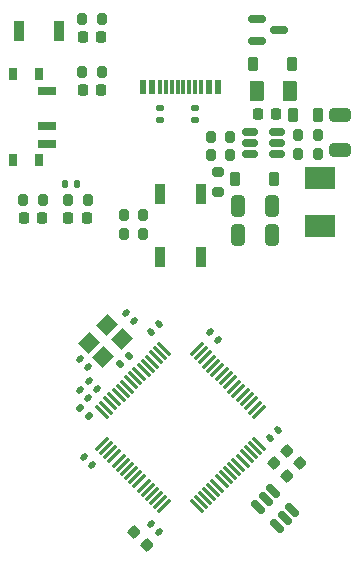
<source format=gbr>
%TF.GenerationSoftware,KiCad,Pcbnew,7.0.2*%
%TF.CreationDate,2023-06-14T20:26:51+10:00*%
%TF.ProjectId,STM32_Simple_Rev1.0,53544d33-325f-4536-996d-706c655f5265,rev?*%
%TF.SameCoordinates,Original*%
%TF.FileFunction,Paste,Top*%
%TF.FilePolarity,Positive*%
%FSLAX46Y46*%
G04 Gerber Fmt 4.6, Leading zero omitted, Abs format (unit mm)*
G04 Created by KiCad (PCBNEW 7.0.2) date 2023-06-14 20:26:51*
%MOMM*%
%LPD*%
G01*
G04 APERTURE LIST*
G04 Aperture macros list*
%AMRoundRect*
0 Rectangle with rounded corners*
0 $1 Rounding radius*
0 $2 $3 $4 $5 $6 $7 $8 $9 X,Y pos of 4 corners*
0 Add a 4 corners polygon primitive as box body*
4,1,4,$2,$3,$4,$5,$6,$7,$8,$9,$2,$3,0*
0 Add four circle primitives for the rounded corners*
1,1,$1+$1,$2,$3*
1,1,$1+$1,$4,$5*
1,1,$1+$1,$6,$7*
1,1,$1+$1,$8,$9*
0 Add four rect primitives between the rounded corners*
20,1,$1+$1,$2,$3,$4,$5,0*
20,1,$1+$1,$4,$5,$6,$7,0*
20,1,$1+$1,$6,$7,$8,$9,0*
20,1,$1+$1,$8,$9,$2,$3,0*%
%AMRotRect*
0 Rectangle, with rotation*
0 The origin of the aperture is its center*
0 $1 length*
0 $2 width*
0 $3 Rotation angle, in degrees counterclockwise*
0 Add horizontal line*
21,1,$1,$2,0,0,$3*%
G04 Aperture macros list end*
%ADD10RoundRect,0.075000X-0.548008X0.441942X0.441942X-0.548008X0.548008X-0.441942X-0.441942X0.548008X0*%
%ADD11RoundRect,0.075000X-0.548008X-0.441942X-0.441942X-0.548008X0.548008X0.441942X0.441942X0.548008X0*%
%ADD12RoundRect,0.140000X0.219203X0.021213X0.021213X0.219203X-0.219203X-0.021213X-0.021213X-0.219203X0*%
%ADD13R,0.900000X1.700000*%
%ADD14RoundRect,0.135000X-0.135000X-0.185000X0.135000X-0.185000X0.135000X0.185000X-0.135000X0.185000X0*%
%ADD15RoundRect,0.200000X-0.200000X-0.275000X0.200000X-0.275000X0.200000X0.275000X-0.200000X0.275000X0*%
%ADD16R,0.600000X1.240000*%
%ADD17R,0.300000X1.240000*%
%ADD18RoundRect,0.225000X-0.225000X-0.250000X0.225000X-0.250000X0.225000X0.250000X-0.225000X0.250000X0*%
%ADD19RoundRect,0.225000X-0.335876X-0.017678X-0.017678X-0.335876X0.335876X0.017678X0.017678X0.335876X0*%
%ADD20RoundRect,0.140000X-0.219203X-0.021213X-0.021213X-0.219203X0.219203X0.021213X0.021213X0.219203X0*%
%ADD21RoundRect,0.218750X-0.218750X-0.256250X0.218750X-0.256250X0.218750X0.256250X-0.218750X0.256250X0*%
%ADD22RoundRect,0.150000X0.468458X-0.256326X-0.256326X0.468458X-0.468458X0.256326X0.256326X-0.468458X0*%
%ADD23RoundRect,0.250000X-0.650000X0.325000X-0.650000X-0.325000X0.650000X-0.325000X0.650000X0.325000X0*%
%ADD24RoundRect,0.200000X0.275000X-0.200000X0.275000X0.200000X-0.275000X0.200000X-0.275000X-0.200000X0*%
%ADD25RoundRect,0.147500X-0.226274X-0.017678X-0.017678X-0.226274X0.226274X0.017678X0.017678X0.226274X0*%
%ADD26R,0.800000X1.000000*%
%ADD27R,1.500000X0.700000*%
%ADD28RoundRect,0.200000X0.200000X0.275000X-0.200000X0.275000X-0.200000X-0.275000X0.200000X-0.275000X0*%
%ADD29RoundRect,0.250000X0.325000X0.650000X-0.325000X0.650000X-0.325000X-0.650000X0.325000X-0.650000X0*%
%ADD30RoundRect,0.140000X0.021213X-0.219203X0.219203X-0.021213X-0.021213X0.219203X-0.219203X0.021213X0*%
%ADD31RoundRect,0.225000X0.225000X0.375000X-0.225000X0.375000X-0.225000X-0.375000X0.225000X-0.375000X0*%
%ADD32RoundRect,0.150000X-0.587500X-0.150000X0.587500X-0.150000X0.587500X0.150000X-0.587500X0.150000X0*%
%ADD33RoundRect,0.218750X-0.218750X-0.381250X0.218750X-0.381250X0.218750X0.381250X-0.218750X0.381250X0*%
%ADD34R,2.500000X1.900000*%
%ADD35RoundRect,0.150000X-0.512500X-0.150000X0.512500X-0.150000X0.512500X0.150000X-0.512500X0.150000X0*%
%ADD36RoundRect,0.135000X0.185000X-0.135000X0.185000X0.135000X-0.185000X0.135000X-0.185000X-0.135000X0*%
%ADD37RoundRect,0.135000X0.035355X-0.226274X0.226274X-0.035355X-0.035355X0.226274X-0.226274X0.035355X0*%
%ADD38RoundRect,0.250000X-0.375000X-0.625000X0.375000X-0.625000X0.375000X0.625000X-0.375000X0.625000X0*%
%ADD39RoundRect,0.218750X0.218750X0.256250X-0.218750X0.256250X-0.218750X-0.256250X0.218750X-0.256250X0*%
%ADD40RotRect,1.400000X1.200000X225.000000*%
G04 APERTURE END LIST*
D10*
%TO.C,U1*%
X198638819Y-95935519D03*
X198285266Y-96289072D03*
X197931713Y-96642625D03*
X197578159Y-96996179D03*
X197224606Y-97349732D03*
X196871052Y-97703286D03*
X196517499Y-98056839D03*
X196163946Y-98410392D03*
X195810392Y-98763946D03*
X195456839Y-99117499D03*
X195103286Y-99471052D03*
X194749732Y-99824606D03*
X194396179Y-100178159D03*
X194042625Y-100531713D03*
X193689072Y-100885266D03*
X193335519Y-101238819D03*
D11*
X193335519Y-103961181D03*
X193689072Y-104314734D03*
X194042625Y-104668287D03*
X194396179Y-105021841D03*
X194749732Y-105375394D03*
X195103286Y-105728948D03*
X195456839Y-106082501D03*
X195810392Y-106436054D03*
X196163946Y-106789608D03*
X196517499Y-107143161D03*
X196871052Y-107496714D03*
X197224606Y-107850268D03*
X197578159Y-108203821D03*
X197931713Y-108557375D03*
X198285266Y-108910928D03*
X198638819Y-109264481D03*
D10*
X201361181Y-109264481D03*
X201714734Y-108910928D03*
X202068287Y-108557375D03*
X202421841Y-108203821D03*
X202775394Y-107850268D03*
X203128948Y-107496714D03*
X203482501Y-107143161D03*
X203836054Y-106789608D03*
X204189608Y-106436054D03*
X204543161Y-106082501D03*
X204896714Y-105728948D03*
X205250268Y-105375394D03*
X205603821Y-105021841D03*
X205957375Y-104668287D03*
X206310928Y-104314734D03*
X206664481Y-103961181D03*
D11*
X206664481Y-101238819D03*
X206310928Y-100885266D03*
X205957375Y-100531713D03*
X205603821Y-100178159D03*
X205250268Y-99824606D03*
X204896714Y-99471052D03*
X204543161Y-99117499D03*
X204189608Y-98763946D03*
X203836054Y-98410392D03*
X203482501Y-98056839D03*
X203128948Y-97703286D03*
X202775394Y-97349732D03*
X202421841Y-96996179D03*
X202068287Y-96642625D03*
X201714734Y-96289072D03*
X201361181Y-95935519D03*
%TD*%
D12*
%TO.C,C9*%
X192914790Y-99333167D03*
X192235968Y-98654345D03*
%TD*%
D13*
%TO.C,SW2*%
X186300000Y-69000000D03*
X189700000Y-69000000D03*
%TD*%
D14*
%TO.C,R12*%
X190190000Y-82000000D03*
X191210000Y-82000000D03*
%TD*%
D15*
%TO.C,R11*%
X191675000Y-72500000D03*
X193325000Y-72500000D03*
%TD*%
D16*
%TO.C,J8*%
X203200000Y-73725000D03*
X202400000Y-73725000D03*
D17*
X201250000Y-73725000D03*
X200250000Y-73725000D03*
X199750000Y-73725000D03*
X198750000Y-73725000D03*
D16*
X197600000Y-73725000D03*
X196800000Y-73725000D03*
X196800000Y-73725000D03*
X197600000Y-73725000D03*
D17*
X198250000Y-73725000D03*
X199250000Y-73725000D03*
X200750000Y-73725000D03*
X201750000Y-73725000D03*
D16*
X202400000Y-73725000D03*
X203200000Y-73725000D03*
%TD*%
D18*
%TO.C,C12*%
X206525000Y-76000000D03*
X208075000Y-76000000D03*
%TD*%
D19*
%TO.C,C7*%
X207937273Y-105587526D03*
X209033289Y-106683542D03*
%TD*%
D20*
%TO.C,C8*%
X202489016Y-94482415D03*
X203167838Y-95161237D03*
%TD*%
D21*
%TO.C,D4*%
X191712500Y-74000000D03*
X193287500Y-74000000D03*
%TD*%
%TO.C,D3*%
X191712500Y-69500000D03*
X193287500Y-69500000D03*
%TD*%
D15*
%TO.C,R2*%
X209975000Y-79400000D03*
X211625000Y-79400000D03*
%TD*%
D13*
%TO.C,SW4*%
X201700000Y-88100000D03*
X198300000Y-88100000D03*
%TD*%
D22*
%TO.C,U3*%
X208132583Y-110876085D03*
X208804334Y-110204334D03*
X209476085Y-109532583D03*
X207867417Y-107923915D03*
X207195666Y-108595666D03*
X206523915Y-109267417D03*
%TD*%
D23*
%TO.C,C13*%
X213500000Y-76125000D03*
X213500000Y-79075000D03*
%TD*%
D24*
%TO.C,R3*%
X203200000Y-82625000D03*
X203200000Y-80975000D03*
%TD*%
D25*
%TO.C,L2*%
X191525325Y-100913550D03*
X192211219Y-101599444D03*
%TD*%
D26*
%TO.C,SW1*%
X188050000Y-72650000D03*
X185840000Y-72650000D03*
X188050000Y-79950000D03*
X185840000Y-79950000D03*
D27*
X188700000Y-74050000D03*
X188700000Y-77050000D03*
X188700000Y-78550000D03*
%TD*%
D13*
%TO.C,SW3*%
X201700000Y-82800000D03*
X198300000Y-82800000D03*
%TD*%
D28*
%TO.C,R14*%
X196825000Y-84600000D03*
X195175000Y-84600000D03*
%TD*%
D29*
%TO.C,C15*%
X207775000Y-83800000D03*
X204825000Y-83800000D03*
%TD*%
D28*
%TO.C,R15*%
X192125000Y-83300000D03*
X190475000Y-83300000D03*
%TD*%
D30*
%TO.C,C3*%
X197539269Y-94454130D03*
X198218091Y-93775308D03*
%TD*%
D29*
%TO.C,C14*%
X207775000Y-86300000D03*
X204825000Y-86300000D03*
%TD*%
D19*
%TO.C,C5*%
X196093235Y-111421157D03*
X197189251Y-112517173D03*
%TD*%
D31*
%TO.C,D2*%
X207950000Y-81500000D03*
X204650000Y-81500000D03*
%TD*%
D20*
%TO.C,C2*%
X197539269Y-110745870D03*
X198218091Y-111424692D03*
%TD*%
D28*
%TO.C,R4*%
X204225000Y-79500000D03*
X202575000Y-79500000D03*
%TD*%
D32*
%TO.C,Q1*%
X206462500Y-67950000D03*
X206462500Y-69850000D03*
X208337500Y-68900000D03*
%TD*%
D33*
%TO.C,FB1*%
X209537500Y-76100000D03*
X211662500Y-76100000D03*
%TD*%
D19*
%TO.C,C1*%
X208997934Y-104526866D03*
X210093950Y-105622882D03*
%TD*%
D34*
%TO.C,L1*%
X211800000Y-81450000D03*
X211800000Y-85550000D03*
%TD*%
D35*
%TO.C,U2*%
X205862500Y-77550000D03*
X205862500Y-78500000D03*
X205862500Y-79450000D03*
X208137500Y-79450000D03*
X208137500Y-78500000D03*
X208137500Y-77550000D03*
%TD*%
D12*
%TO.C,C4*%
X192539411Y-105739411D03*
X191860589Y-105060589D03*
%TD*%
D36*
%TO.C,R8*%
X201250000Y-76510000D03*
X201250000Y-75490000D03*
%TD*%
D37*
%TO.C,R9*%
X194901761Y-97233059D03*
X195623009Y-96511811D03*
%TD*%
D38*
%TO.C,F1*%
X206500000Y-74100000D03*
X209300000Y-74100000D03*
%TD*%
D15*
%TO.C,R1*%
X209975000Y-77800000D03*
X211625000Y-77800000D03*
%TD*%
D12*
%TO.C,C10*%
X192207683Y-100040273D03*
X191528861Y-99361451D03*
%TD*%
D36*
%TO.C,R13*%
X198250000Y-76510000D03*
X198250000Y-75490000D03*
%TD*%
D21*
%TO.C,D5*%
X186712500Y-84800000D03*
X188287500Y-84800000D03*
%TD*%
D20*
%TO.C,C16*%
X195347238Y-92856069D03*
X196026060Y-93534891D03*
%TD*%
D15*
%TO.C,R5*%
X202575000Y-78000000D03*
X204225000Y-78000000D03*
%TD*%
D39*
%TO.C,D6*%
X192087500Y-84800000D03*
X190512500Y-84800000D03*
%TD*%
D30*
%TO.C,C6*%
X207615540Y-103469741D03*
X208294362Y-102790919D03*
%TD*%
D31*
%TO.C,D1*%
X209450000Y-71800000D03*
X206150000Y-71800000D03*
%TD*%
D15*
%TO.C,R10*%
X191675000Y-68000000D03*
X193325000Y-68000000D03*
%TD*%
D40*
%TO.C,Y1*%
X193812816Y-93867232D03*
X192257181Y-95422867D03*
X193459262Y-96624948D03*
X195014897Y-95069313D03*
%TD*%
D12*
%TO.C,C17*%
X192136972Y-97423978D03*
X191458150Y-96745156D03*
%TD*%
D28*
%TO.C,R7*%
X196825000Y-86200000D03*
X195175000Y-86200000D03*
%TD*%
D15*
%TO.C,R6*%
X186675000Y-83300000D03*
X188325000Y-83300000D03*
%TD*%
M02*

</source>
